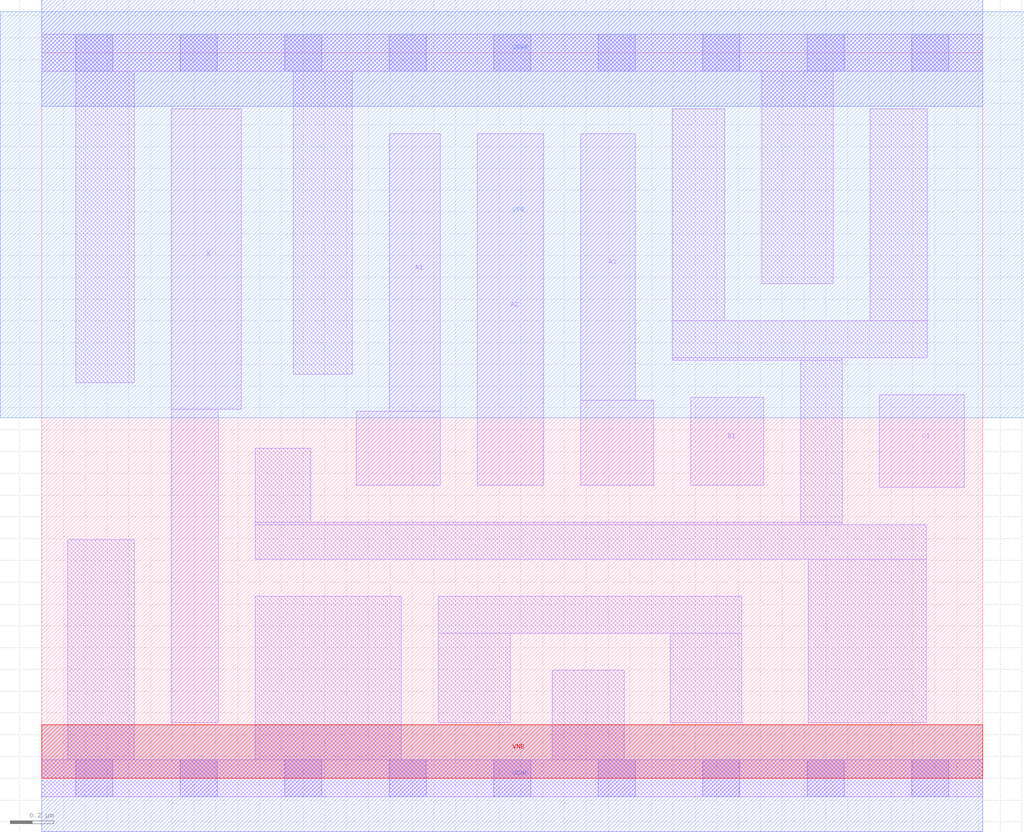
<source format=lef>
# Copyright 2020 The SkyWater PDK Authors
#
# Licensed under the Apache License, Version 2.0 (the "License");
# you may not use this file except in compliance with the License.
# You may obtain a copy of the License at
#
#     https://www.apache.org/licenses/LICENSE-2.0
#
# Unless required by applicable law or agreed to in writing, software
# distributed under the License is distributed on an "AS IS" BASIS,
# WITHOUT WARRANTIES OR CONDITIONS OF ANY KIND, either express or implied.
# See the License for the specific language governing permissions and
# limitations under the License.
#
# SPDX-License-Identifier: Apache-2.0

VERSION 5.7 ;
  NOWIREEXTENSIONATPIN ON ;
  DIVIDERCHAR "/" ;
  BUSBITCHARS "[]" ;
MACRO sky130_fd_sc_lp__o311a_2
  CLASS CORE ;
  FOREIGN sky130_fd_sc_lp__o311a_2 ;
  ORIGIN  0.000000  0.000000 ;
  SIZE  4.320000 BY  3.330000 ;
  SYMMETRY X Y R90 ;
  SITE unit ;
  PIN A1
    ANTENNAGATEAREA  0.315000 ;
    DIRECTION INPUT ;
    USE SIGNAL ;
    PORT
      LAYER li1 ;
        RECT 1.445000 1.345000 1.830000 1.685000 ;
        RECT 1.595000 1.685000 1.830000 2.960000 ;
    END
  END A1
  PIN A2
    ANTENNAGATEAREA  0.315000 ;
    DIRECTION INPUT ;
    USE SIGNAL ;
    PORT
      LAYER li1 ;
        RECT 2.000000 1.345000 2.305000 2.960000 ;
    END
  END A2
  PIN A3
    ANTENNAGATEAREA  0.315000 ;
    DIRECTION INPUT ;
    USE SIGNAL ;
    PORT
      LAYER li1 ;
        RECT 2.475000 1.345000 2.810000 1.735000 ;
        RECT 2.475000 1.735000 2.725000 2.960000 ;
    END
  END A3
  PIN B1
    ANTENNAGATEAREA  0.315000 ;
    DIRECTION INPUT ;
    USE SIGNAL ;
    PORT
      LAYER li1 ;
        RECT 2.980000 1.345000 3.315000 1.750000 ;
    END
  END B1
  PIN C1
    ANTENNAGATEAREA  0.315000 ;
    DIRECTION INPUT ;
    USE SIGNAL ;
    PORT
      LAYER li1 ;
        RECT 3.845000 1.335000 4.235000 1.760000 ;
    END
  END C1
  PIN X
    ANTENNADIFFAREA  0.588000 ;
    DIRECTION OUTPUT ;
    USE SIGNAL ;
    PORT
      LAYER li1 ;
        RECT 0.595000 0.255000 0.810000 1.695000 ;
        RECT 0.595000 1.695000 0.915000 3.075000 ;
    END
  END X
  PIN VGND
    DIRECTION INOUT ;
    USE GROUND ;
    PORT
      LAYER met1 ;
        RECT 0.000000 -0.245000 4.320000 0.245000 ;
    END
  END VGND
  PIN VNB
    DIRECTION INOUT ;
    USE GROUND ;
    PORT
      LAYER pwell ;
        RECT 0.000000 0.000000 4.320000 0.245000 ;
    END
  END VNB
  PIN VPB
    DIRECTION INOUT ;
    USE POWER ;
    PORT
      LAYER nwell ;
        RECT -0.190000 1.655000 4.510000 3.520000 ;
    END
  END VPB
  PIN VPWR
    DIRECTION INOUT ;
    USE POWER ;
    PORT
      LAYER met1 ;
        RECT 0.000000 3.085000 4.320000 3.575000 ;
    END
  END VPWR
  OBS
    LAYER li1 ;
      RECT 0.000000 -0.085000 4.320000 0.085000 ;
      RECT 0.000000  3.245000 4.320000 3.415000 ;
      RECT 0.120000  0.085000 0.425000 1.095000 ;
      RECT 0.155000  1.815000 0.425000 3.245000 ;
      RECT 0.980000  0.085000 1.650000 0.835000 ;
      RECT 0.980000  1.005000 4.060000 1.165000 ;
      RECT 0.980000  1.165000 3.675000 1.175000 ;
      RECT 0.980000  1.175000 1.235000 1.515000 ;
      RECT 1.155000  1.855000 1.425000 3.245000 ;
      RECT 1.820000  0.255000 2.150000 0.665000 ;
      RECT 1.820000  0.665000 3.215000 0.835000 ;
      RECT 2.345000  0.085000 2.675000 0.495000 ;
      RECT 2.885000  0.255000 3.215000 0.665000 ;
      RECT 2.895000  1.920000 3.675000 1.930000 ;
      RECT 2.895000  1.930000 4.065000 2.100000 ;
      RECT 2.895000  2.100000 3.135000 3.075000 ;
      RECT 3.305000  2.270000 3.635000 3.245000 ;
      RECT 3.485000  1.175000 3.675000 1.920000 ;
      RECT 3.520000  0.255000 4.060000 1.005000 ;
      RECT 3.805000  2.100000 4.065000 3.075000 ;
    LAYER mcon ;
      RECT 0.155000 -0.085000 0.325000 0.085000 ;
      RECT 0.155000  3.245000 0.325000 3.415000 ;
      RECT 0.635000 -0.085000 0.805000 0.085000 ;
      RECT 0.635000  3.245000 0.805000 3.415000 ;
      RECT 1.115000 -0.085000 1.285000 0.085000 ;
      RECT 1.115000  3.245000 1.285000 3.415000 ;
      RECT 1.595000 -0.085000 1.765000 0.085000 ;
      RECT 1.595000  3.245000 1.765000 3.415000 ;
      RECT 2.075000 -0.085000 2.245000 0.085000 ;
      RECT 2.075000  3.245000 2.245000 3.415000 ;
      RECT 2.555000 -0.085000 2.725000 0.085000 ;
      RECT 2.555000  3.245000 2.725000 3.415000 ;
      RECT 3.035000 -0.085000 3.205000 0.085000 ;
      RECT 3.035000  3.245000 3.205000 3.415000 ;
      RECT 3.515000 -0.085000 3.685000 0.085000 ;
      RECT 3.515000  3.245000 3.685000 3.415000 ;
      RECT 3.995000 -0.085000 4.165000 0.085000 ;
      RECT 3.995000  3.245000 4.165000 3.415000 ;
  END
END sky130_fd_sc_lp__o311a_2
END LIBRARY

</source>
